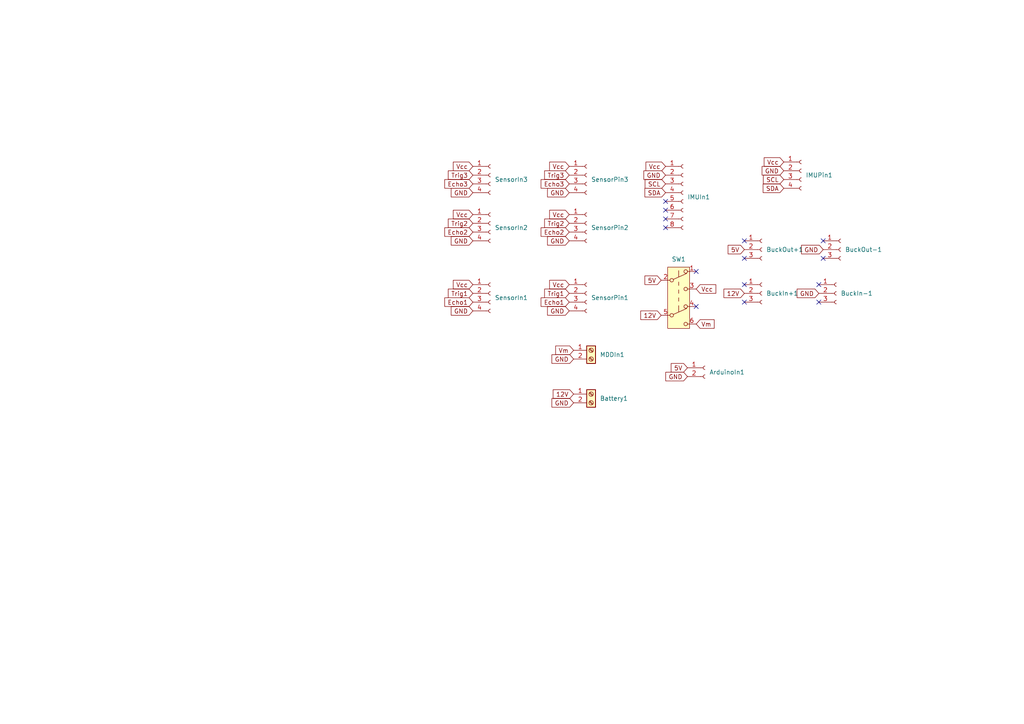
<source format=kicad_sch>
(kicad_sch
	(version 20231120)
	(generator "eeschema")
	(generator_version "8.0")
	(uuid "2fe24b5a-de9b-491f-a1b6-d90867727242")
	(paper "A4")
	(lib_symbols
		(symbol "Connector:Conn_01x02_Socket"
			(pin_names
				(offset 1.016) hide)
			(exclude_from_sim no)
			(in_bom yes)
			(on_board yes)
			(property "Reference" "J"
				(at 0 2.54 0)
				(effects
					(font
						(size 1.27 1.27)
					)
				)
			)
			(property "Value" "Conn_01x02_Socket"
				(at 0 -5.08 0)
				(effects
					(font
						(size 1.27 1.27)
					)
				)
			)
			(property "Footprint" ""
				(at 0 0 0)
				(effects
					(font
						(size 1.27 1.27)
					)
					(hide yes)
				)
			)
			(property "Datasheet" "~"
				(at 0 0 0)
				(effects
					(font
						(size 1.27 1.27)
					)
					(hide yes)
				)
			)
			(property "Description" "Generic connector, single row, 01x02, script generated"
				(at 0 0 0)
				(effects
					(font
						(size 1.27 1.27)
					)
					(hide yes)
				)
			)
			(property "ki_locked" ""
				(at 0 0 0)
				(effects
					(font
						(size 1.27 1.27)
					)
				)
			)
			(property "ki_keywords" "connector"
				(at 0 0 0)
				(effects
					(font
						(size 1.27 1.27)
					)
					(hide yes)
				)
			)
			(property "ki_fp_filters" "Connector*:*_1x??_*"
				(at 0 0 0)
				(effects
					(font
						(size 1.27 1.27)
					)
					(hide yes)
				)
			)
			(symbol "Conn_01x02_Socket_1_1"
				(arc
					(start 0 -2.032)
					(mid -0.5058 -2.54)
					(end 0 -3.048)
					(stroke
						(width 0.1524)
						(type default)
					)
					(fill
						(type none)
					)
				)
				(polyline
					(pts
						(xy -1.27 -2.54) (xy -0.508 -2.54)
					)
					(stroke
						(width 0.1524)
						(type default)
					)
					(fill
						(type none)
					)
				)
				(polyline
					(pts
						(xy -1.27 0) (xy -0.508 0)
					)
					(stroke
						(width 0.1524)
						(type default)
					)
					(fill
						(type none)
					)
				)
				(arc
					(start 0 0.508)
					(mid -0.5058 0)
					(end 0 -0.508)
					(stroke
						(width 0.1524)
						(type default)
					)
					(fill
						(type none)
					)
				)
				(pin passive line
					(at -5.08 0 0)
					(length 3.81)
					(name "Pin_1"
						(effects
							(font
								(size 1.27 1.27)
							)
						)
					)
					(number "1"
						(effects
							(font
								(size 1.27 1.27)
							)
						)
					)
				)
				(pin passive line
					(at -5.08 -2.54 0)
					(length 3.81)
					(name "Pin_2"
						(effects
							(font
								(size 1.27 1.27)
							)
						)
					)
					(number "2"
						(effects
							(font
								(size 1.27 1.27)
							)
						)
					)
				)
			)
		)
		(symbol "Connector:Conn_01x03_Socket"
			(pin_names
				(offset 1.016) hide)
			(exclude_from_sim no)
			(in_bom yes)
			(on_board yes)
			(property "Reference" "J"
				(at 0 5.08 0)
				(effects
					(font
						(size 1.27 1.27)
					)
				)
			)
			(property "Value" "Conn_01x03_Socket"
				(at 0 -5.08 0)
				(effects
					(font
						(size 1.27 1.27)
					)
				)
			)
			(property "Footprint" ""
				(at 0 0 0)
				(effects
					(font
						(size 1.27 1.27)
					)
					(hide yes)
				)
			)
			(property "Datasheet" "~"
				(at 0 0 0)
				(effects
					(font
						(size 1.27 1.27)
					)
					(hide yes)
				)
			)
			(property "Description" "Generic connector, single row, 01x03, script generated"
				(at 0 0 0)
				(effects
					(font
						(size 1.27 1.27)
					)
					(hide yes)
				)
			)
			(property "ki_locked" ""
				(at 0 0 0)
				(effects
					(font
						(size 1.27 1.27)
					)
				)
			)
			(property "ki_keywords" "connector"
				(at 0 0 0)
				(effects
					(font
						(size 1.27 1.27)
					)
					(hide yes)
				)
			)
			(property "ki_fp_filters" "Connector*:*_1x??_*"
				(at 0 0 0)
				(effects
					(font
						(size 1.27 1.27)
					)
					(hide yes)
				)
			)
			(symbol "Conn_01x03_Socket_1_1"
				(arc
					(start 0 -2.032)
					(mid -0.5058 -2.54)
					(end 0 -3.048)
					(stroke
						(width 0.1524)
						(type default)
					)
					(fill
						(type none)
					)
				)
				(polyline
					(pts
						(xy -1.27 -2.54) (xy -0.508 -2.54)
					)
					(stroke
						(width 0.1524)
						(type default)
					)
					(fill
						(type none)
					)
				)
				(polyline
					(pts
						(xy -1.27 0) (xy -0.508 0)
					)
					(stroke
						(width 0.1524)
						(type default)
					)
					(fill
						(type none)
					)
				)
				(polyline
					(pts
						(xy -1.27 2.54) (xy -0.508 2.54)
					)
					(stroke
						(width 0.1524)
						(type default)
					)
					(fill
						(type none)
					)
				)
				(arc
					(start 0 0.508)
					(mid -0.5058 0)
					(end 0 -0.508)
					(stroke
						(width 0.1524)
						(type default)
					)
					(fill
						(type none)
					)
				)
				(arc
					(start 0 3.048)
					(mid -0.5058 2.54)
					(end 0 2.032)
					(stroke
						(width 0.1524)
						(type default)
					)
					(fill
						(type none)
					)
				)
				(pin passive line
					(at -5.08 2.54 0)
					(length 3.81)
					(name "Pin_1"
						(effects
							(font
								(size 1.27 1.27)
							)
						)
					)
					(number "1"
						(effects
							(font
								(size 1.27 1.27)
							)
						)
					)
				)
				(pin passive line
					(at -5.08 0 0)
					(length 3.81)
					(name "Pin_2"
						(effects
							(font
								(size 1.27 1.27)
							)
						)
					)
					(number "2"
						(effects
							(font
								(size 1.27 1.27)
							)
						)
					)
				)
				(pin passive line
					(at -5.08 -2.54 0)
					(length 3.81)
					(name "Pin_3"
						(effects
							(font
								(size 1.27 1.27)
							)
						)
					)
					(number "3"
						(effects
							(font
								(size 1.27 1.27)
							)
						)
					)
				)
			)
		)
		(symbol "Connector:Conn_01x04_Socket"
			(pin_names
				(offset 1.016) hide)
			(exclude_from_sim no)
			(in_bom yes)
			(on_board yes)
			(property "Reference" "J"
				(at 0 5.08 0)
				(effects
					(font
						(size 1.27 1.27)
					)
				)
			)
			(property "Value" "Conn_01x04_Socket"
				(at 0 -7.62 0)
				(effects
					(font
						(size 1.27 1.27)
					)
				)
			)
			(property "Footprint" ""
				(at 0 0 0)
				(effects
					(font
						(size 1.27 1.27)
					)
					(hide yes)
				)
			)
			(property "Datasheet" "~"
				(at 0 0 0)
				(effects
					(font
						(size 1.27 1.27)
					)
					(hide yes)
				)
			)
			(property "Description" "Generic connector, single row, 01x04, script generated"
				(at 0 0 0)
				(effects
					(font
						(size 1.27 1.27)
					)
					(hide yes)
				)
			)
			(property "ki_locked" ""
				(at 0 0 0)
				(effects
					(font
						(size 1.27 1.27)
					)
				)
			)
			(property "ki_keywords" "connector"
				(at 0 0 0)
				(effects
					(font
						(size 1.27 1.27)
					)
					(hide yes)
				)
			)
			(property "ki_fp_filters" "Connector*:*_1x??_*"
				(at 0 0 0)
				(effects
					(font
						(size 1.27 1.27)
					)
					(hide yes)
				)
			)
			(symbol "Conn_01x04_Socket_1_1"
				(arc
					(start 0 -4.572)
					(mid -0.5058 -5.08)
					(end 0 -5.588)
					(stroke
						(width 0.1524)
						(type default)
					)
					(fill
						(type none)
					)
				)
				(arc
					(start 0 -2.032)
					(mid -0.5058 -2.54)
					(end 0 -3.048)
					(stroke
						(width 0.1524)
						(type default)
					)
					(fill
						(type none)
					)
				)
				(polyline
					(pts
						(xy -1.27 -5.08) (xy -0.508 -5.08)
					)
					(stroke
						(width 0.1524)
						(type default)
					)
					(fill
						(type none)
					)
				)
				(polyline
					(pts
						(xy -1.27 -2.54) (xy -0.508 -2.54)
					)
					(stroke
						(width 0.1524)
						(type default)
					)
					(fill
						(type none)
					)
				)
				(polyline
					(pts
						(xy -1.27 0) (xy -0.508 0)
					)
					(stroke
						(width 0.1524)
						(type default)
					)
					(fill
						(type none)
					)
				)
				(polyline
					(pts
						(xy -1.27 2.54) (xy -0.508 2.54)
					)
					(stroke
						(width 0.1524)
						(type default)
					)
					(fill
						(type none)
					)
				)
				(arc
					(start 0 0.508)
					(mid -0.5058 0)
					(end 0 -0.508)
					(stroke
						(width 0.1524)
						(type default)
					)
					(fill
						(type none)
					)
				)
				(arc
					(start 0 3.048)
					(mid -0.5058 2.54)
					(end 0 2.032)
					(stroke
						(width 0.1524)
						(type default)
					)
					(fill
						(type none)
					)
				)
				(pin passive line
					(at -5.08 2.54 0)
					(length 3.81)
					(name "Pin_1"
						(effects
							(font
								(size 1.27 1.27)
							)
						)
					)
					(number "1"
						(effects
							(font
								(size 1.27 1.27)
							)
						)
					)
				)
				(pin passive line
					(at -5.08 0 0)
					(length 3.81)
					(name "Pin_2"
						(effects
							(font
								(size 1.27 1.27)
							)
						)
					)
					(number "2"
						(effects
							(font
								(size 1.27 1.27)
							)
						)
					)
				)
				(pin passive line
					(at -5.08 -2.54 0)
					(length 3.81)
					(name "Pin_3"
						(effects
							(font
								(size 1.27 1.27)
							)
						)
					)
					(number "3"
						(effects
							(font
								(size 1.27 1.27)
							)
						)
					)
				)
				(pin passive line
					(at -5.08 -5.08 0)
					(length 3.81)
					(name "Pin_4"
						(effects
							(font
								(size 1.27 1.27)
							)
						)
					)
					(number "4"
						(effects
							(font
								(size 1.27 1.27)
							)
						)
					)
				)
			)
		)
		(symbol "Connector:Conn_01x08_Socket"
			(pin_names
				(offset 1.016) hide)
			(exclude_from_sim no)
			(in_bom yes)
			(on_board yes)
			(property "Reference" "J"
				(at 0 10.16 0)
				(effects
					(font
						(size 1.27 1.27)
					)
				)
			)
			(property "Value" "Conn_01x08_Socket"
				(at 0 -12.7 0)
				(effects
					(font
						(size 1.27 1.27)
					)
				)
			)
			(property "Footprint" ""
				(at 0 0 0)
				(effects
					(font
						(size 1.27 1.27)
					)
					(hide yes)
				)
			)
			(property "Datasheet" "~"
				(at 0 0 0)
				(effects
					(font
						(size 1.27 1.27)
					)
					(hide yes)
				)
			)
			(property "Description" "Generic connector, single row, 01x08, script generated"
				(at 0 0 0)
				(effects
					(font
						(size 1.27 1.27)
					)
					(hide yes)
				)
			)
			(property "ki_locked" ""
				(at 0 0 0)
				(effects
					(font
						(size 1.27 1.27)
					)
				)
			)
			(property "ki_keywords" "connector"
				(at 0 0 0)
				(effects
					(font
						(size 1.27 1.27)
					)
					(hide yes)
				)
			)
			(property "ki_fp_filters" "Connector*:*_1x??_*"
				(at 0 0 0)
				(effects
					(font
						(size 1.27 1.27)
					)
					(hide yes)
				)
			)
			(symbol "Conn_01x08_Socket_1_1"
				(arc
					(start 0 -9.652)
					(mid -0.5058 -10.16)
					(end 0 -10.668)
					(stroke
						(width 0.1524)
						(type default)
					)
					(fill
						(type none)
					)
				)
				(arc
					(start 0 -7.112)
					(mid -0.5058 -7.62)
					(end 0 -8.128)
					(stroke
						(width 0.1524)
						(type default)
					)
					(fill
						(type none)
					)
				)
				(arc
					(start 0 -4.572)
					(mid -0.5058 -5.08)
					(end 0 -5.588)
					(stroke
						(width 0.1524)
						(type default)
					)
					(fill
						(type none)
					)
				)
				(arc
					(start 0 -2.032)
					(mid -0.5058 -2.54)
					(end 0 -3.048)
					(stroke
						(width 0.1524)
						(type default)
					)
					(fill
						(type none)
					)
				)
				(polyline
					(pts
						(xy -1.27 -10.16) (xy -0.508 -10.16)
					)
					(stroke
						(width 0.1524)
						(type default)
					)
					(fill
						(type none)
					)
				)
				(polyline
					(pts
						(xy -1.27 -7.62) (xy -0.508 -7.62)
					)
					(stroke
						(width 0.1524)
						(type default)
					)
					(fill
						(type none)
					)
				)
				(polyline
					(pts
						(xy -1.27 -5.08) (xy -0.508 -5.08)
					)
					(stroke
						(width 0.1524)
						(type default)
					)
					(fill
						(type none)
					)
				)
				(polyline
					(pts
						(xy -1.27 -2.54) (xy -0.508 -2.54)
					)
					(stroke
						(width 0.1524)
						(type default)
					)
					(fill
						(type none)
					)
				)
				(polyline
					(pts
						(xy -1.27 0) (xy -0.508 0)
					)
					(stroke
						(width 0.1524)
						(type default)
					)
					(fill
						(type none)
					)
				)
				(polyline
					(pts
						(xy -1.27 2.54) (xy -0.508 2.54)
					)
					(stroke
						(width 0.1524)
						(type default)
					)
					(fill
						(type none)
					)
				)
				(polyline
					(pts
						(xy -1.27 5.08) (xy -0.508 5.08)
					)
					(stroke
						(width 0.1524)
						(type default)
					)
					(fill
						(type none)
					)
				)
				(polyline
					(pts
						(xy -1.27 7.62) (xy -0.508 7.62)
					)
					(stroke
						(width 0.1524)
						(type default)
					)
					(fill
						(type none)
					)
				)
				(arc
					(start 0 0.508)
					(mid -0.5058 0)
					(end 0 -0.508)
					(stroke
						(width 0.1524)
						(type default)
					)
					(fill
						(type none)
					)
				)
				(arc
					(start 0 3.048)
					(mid -0.5058 2.54)
					(end 0 2.032)
					(stroke
						(width 0.1524)
						(type default)
					)
					(fill
						(type none)
					)
				)
				(arc
					(start 0 5.588)
					(mid -0.5058 5.08)
					(end 0 4.572)
					(stroke
						(width 0.1524)
						(type default)
					)
					(fill
						(type none)
					)
				)
				(arc
					(start 0 8.128)
					(mid -0.5058 7.62)
					(end 0 7.112)
					(stroke
						(width 0.1524)
						(type default)
					)
					(fill
						(type none)
					)
				)
				(pin passive line
					(at -5.08 7.62 0)
					(length 3.81)
					(name "Pin_1"
						(effects
							(font
								(size 1.27 1.27)
							)
						)
					)
					(number "1"
						(effects
							(font
								(size 1.27 1.27)
							)
						)
					)
				)
				(pin passive line
					(at -5.08 5.08 0)
					(length 3.81)
					(name "Pin_2"
						(effects
							(font
								(size 1.27 1.27)
							)
						)
					)
					(number "2"
						(effects
							(font
								(size 1.27 1.27)
							)
						)
					)
				)
				(pin passive line
					(at -5.08 2.54 0)
					(length 3.81)
					(name "Pin_3"
						(effects
							(font
								(size 1.27 1.27)
							)
						)
					)
					(number "3"
						(effects
							(font
								(size 1.27 1.27)
							)
						)
					)
				)
				(pin passive line
					(at -5.08 0 0)
					(length 3.81)
					(name "Pin_4"
						(effects
							(font
								(size 1.27 1.27)
							)
						)
					)
					(number "4"
						(effects
							(font
								(size 1.27 1.27)
							)
						)
					)
				)
				(pin passive line
					(at -5.08 -2.54 0)
					(length 3.81)
					(name "Pin_5"
						(effects
							(font
								(size 1.27 1.27)
							)
						)
					)
					(number "5"
						(effects
							(font
								(size 1.27 1.27)
							)
						)
					)
				)
				(pin passive line
					(at -5.08 -5.08 0)
					(length 3.81)
					(name "Pin_6"
						(effects
							(font
								(size 1.27 1.27)
							)
						)
					)
					(number "6"
						(effects
							(font
								(size 1.27 1.27)
							)
						)
					)
				)
				(pin passive line
					(at -5.08 -7.62 0)
					(length 3.81)
					(name "Pin_7"
						(effects
							(font
								(size 1.27 1.27)
							)
						)
					)
					(number "7"
						(effects
							(font
								(size 1.27 1.27)
							)
						)
					)
				)
				(pin passive line
					(at -5.08 -10.16 0)
					(length 3.81)
					(name "Pin_8"
						(effects
							(font
								(size 1.27 1.27)
							)
						)
					)
					(number "8"
						(effects
							(font
								(size 1.27 1.27)
							)
						)
					)
				)
			)
		)
		(symbol "Connector:Screw_Terminal_01x02"
			(pin_names
				(offset 1.016) hide)
			(exclude_from_sim no)
			(in_bom yes)
			(on_board yes)
			(property "Reference" "J"
				(at 0 2.54 0)
				(effects
					(font
						(size 1.27 1.27)
					)
				)
			)
			(property "Value" "Screw_Terminal_01x02"
				(at 0 -5.08 0)
				(effects
					(font
						(size 1.27 1.27)
					)
				)
			)
			(property "Footprint" ""
				(at 0 0 0)
				(effects
					(font
						(size 1.27 1.27)
					)
					(hide yes)
				)
			)
			(property "Datasheet" "~"
				(at 0 0 0)
				(effects
					(font
						(size 1.27 1.27)
					)
					(hide yes)
				)
			)
			(property "Description" "Generic screw terminal, single row, 01x02, script generated (kicad-library-utils/schlib/autogen/connector/)"
				(at 0 0 0)
				(effects
					(font
						(size 1.27 1.27)
					)
					(hide yes)
				)
			)
			(property "ki_keywords" "screw terminal"
				(at 0 0 0)
				(effects
					(font
						(size 1.27 1.27)
					)
					(hide yes)
				)
			)
			(property "ki_fp_filters" "TerminalBlock*:*"
				(at 0 0 0)
				(effects
					(font
						(size 1.27 1.27)
					)
					(hide yes)
				)
			)
			(symbol "Screw_Terminal_01x02_1_1"
				(rectangle
					(start -1.27 1.27)
					(end 1.27 -3.81)
					(stroke
						(width 0.254)
						(type default)
					)
					(fill
						(type background)
					)
				)
				(circle
					(center 0 -2.54)
					(radius 0.635)
					(stroke
						(width 0.1524)
						(type default)
					)
					(fill
						(type none)
					)
				)
				(polyline
					(pts
						(xy -0.5334 -2.2098) (xy 0.3302 -3.048)
					)
					(stroke
						(width 0.1524)
						(type default)
					)
					(fill
						(type none)
					)
				)
				(polyline
					(pts
						(xy -0.5334 0.3302) (xy 0.3302 -0.508)
					)
					(stroke
						(width 0.1524)
						(type default)
					)
					(fill
						(type none)
					)
				)
				(polyline
					(pts
						(xy -0.3556 -2.032) (xy 0.508 -2.8702)
					)
					(stroke
						(width 0.1524)
						(type default)
					)
					(fill
						(type none)
					)
				)
				(polyline
					(pts
						(xy -0.3556 0.508) (xy 0.508 -0.3302)
					)
					(stroke
						(width 0.1524)
						(type default)
					)
					(fill
						(type none)
					)
				)
				(circle
					(center 0 0)
					(radius 0.635)
					(stroke
						(width 0.1524)
						(type default)
					)
					(fill
						(type none)
					)
				)
				(pin passive line
					(at -5.08 0 0)
					(length 3.81)
					(name "Pin_1"
						(effects
							(font
								(size 1.27 1.27)
							)
						)
					)
					(number "1"
						(effects
							(font
								(size 1.27 1.27)
							)
						)
					)
				)
				(pin passive line
					(at -5.08 -2.54 0)
					(length 3.81)
					(name "Pin_2"
						(effects
							(font
								(size 1.27 1.27)
							)
						)
					)
					(number "2"
						(effects
							(font
								(size 1.27 1.27)
							)
						)
					)
				)
			)
		)
		(symbol "Switch:SW_Push_DPDT"
			(pin_names
				(offset 0) hide)
			(exclude_from_sim no)
			(in_bom yes)
			(on_board yes)
			(property "Reference" "SW"
				(at 0 10.16 0)
				(effects
					(font
						(size 1.27 1.27)
					)
				)
			)
			(property "Value" "SW_Push_DPDT"
				(at 0 -10.16 0)
				(effects
					(font
						(size 1.27 1.27)
					)
				)
			)
			(property "Footprint" ""
				(at 0 5.08 0)
				(effects
					(font
						(size 1.27 1.27)
					)
					(hide yes)
				)
			)
			(property "Datasheet" "~"
				(at 0 5.08 0)
				(effects
					(font
						(size 1.27 1.27)
					)
					(hide yes)
				)
			)
			(property "Description" "Momentary Switch, dual pole double throw"
				(at 0 0 0)
				(effects
					(font
						(size 1.27 1.27)
					)
					(hide yes)
				)
			)
			(property "ki_keywords" "switch dual-pole double-throw spdt ON-ON"
				(at 0 0 0)
				(effects
					(font
						(size 1.27 1.27)
					)
					(hide yes)
				)
			)
			(symbol "SW_Push_DPDT_0_0"
				(circle
					(center -2.032 -5.08)
					(radius 0.508)
					(stroke
						(width 0)
						(type default)
					)
					(fill
						(type none)
					)
				)
				(circle
					(center -2.032 5.08)
					(radius 0.508)
					(stroke
						(width 0)
						(type default)
					)
					(fill
						(type none)
					)
				)
				(circle
					(center 2.032 -7.62)
					(radius 0.508)
					(stroke
						(width 0)
						(type default)
					)
					(fill
						(type none)
					)
				)
				(circle
					(center 2.032 2.54)
					(radius 0.508)
					(stroke
						(width 0)
						(type default)
					)
					(fill
						(type none)
					)
				)
			)
			(symbol "SW_Push_DPDT_0_1"
				(polyline
					(pts
						(xy -1.524 -4.826) (xy 2.3368 -3.0988)
					)
					(stroke
						(width 0)
						(type default)
					)
					(fill
						(type none)
					)
				)
				(polyline
					(pts
						(xy -1.524 5.334) (xy 2.3368 7.0612)
					)
					(stroke
						(width 0)
						(type default)
					)
					(fill
						(type none)
					)
				)
				(polyline
					(pts
						(xy 0 -2.286) (xy 0 -4.064)
					)
					(stroke
						(width 0)
						(type default)
					)
					(fill
						(type none)
					)
				)
				(polyline
					(pts
						(xy 0 -1.016) (xy 0 0)
					)
					(stroke
						(width 0)
						(type default)
					)
					(fill
						(type none)
					)
				)
				(polyline
					(pts
						(xy 0 1.27) (xy 0 2.286)
					)
					(stroke
						(width 0)
						(type default)
					)
					(fill
						(type none)
					)
				)
				(polyline
					(pts
						(xy 0 3.556) (xy 0 4.572)
					)
					(stroke
						(width 0)
						(type default)
					)
					(fill
						(type none)
					)
				)
				(polyline
					(pts
						(xy 0 7.874) (xy 0 6.096)
					)
					(stroke
						(width 0)
						(type default)
					)
					(fill
						(type none)
					)
				)
				(circle
					(center 2.032 -2.54)
					(radius 0.508)
					(stroke
						(width 0)
						(type default)
					)
					(fill
						(type none)
					)
				)
				(circle
					(center 2.032 7.62)
					(radius 0.508)
					(stroke
						(width 0)
						(type default)
					)
					(fill
						(type none)
					)
				)
			)
			(symbol "SW_Push_DPDT_1_1"
				(rectangle
					(start -3.175 8.89)
					(end 3.175 -8.89)
					(stroke
						(width 0)
						(type default)
					)
					(fill
						(type background)
					)
				)
				(pin passive line
					(at 5.08 7.62 180)
					(length 2.54)
					(name "A"
						(effects
							(font
								(size 1.27 1.27)
							)
						)
					)
					(number "1"
						(effects
							(font
								(size 1.27 1.27)
							)
						)
					)
				)
				(pin passive line
					(at -5.08 5.08 0)
					(length 2.54)
					(name "B"
						(effects
							(font
								(size 1.27 1.27)
							)
						)
					)
					(number "2"
						(effects
							(font
								(size 1.27 1.27)
							)
						)
					)
				)
				(pin passive line
					(at 5.08 2.54 180)
					(length 2.54)
					(name "C"
						(effects
							(font
								(size 1.27 1.27)
							)
						)
					)
					(number "3"
						(effects
							(font
								(size 1.27 1.27)
							)
						)
					)
				)
				(pin passive line
					(at 5.08 -2.54 180)
					(length 2.54)
					(name "A"
						(effects
							(font
								(size 1.27 1.27)
							)
						)
					)
					(number "4"
						(effects
							(font
								(size 1.27 1.27)
							)
						)
					)
				)
				(pin passive line
					(at -5.08 -5.08 0)
					(length 2.54)
					(name "B"
						(effects
							(font
								(size 1.27 1.27)
							)
						)
					)
					(number "5"
						(effects
							(font
								(size 1.27 1.27)
							)
						)
					)
				)
				(pin passive line
					(at 5.08 -7.62 180)
					(length 2.54)
					(name "C"
						(effects
							(font
								(size 1.27 1.27)
							)
						)
					)
					(number "6"
						(effects
							(font
								(size 1.27 1.27)
							)
						)
					)
				)
			)
		)
	)
	(no_connect
		(at 238.76 74.93)
		(uuid "21633e6a-f2d1-43a0-8f52-a535b5b01c9c")
	)
	(no_connect
		(at 215.9 74.93)
		(uuid "2b297837-70a6-43ce-9bb0-f1b1bf77899c")
	)
	(no_connect
		(at 215.9 87.63)
		(uuid "3a3f77b5-76ff-4ab7-a450-93fdd6b4fe86")
	)
	(no_connect
		(at 238.76 69.85)
		(uuid "44d79dfa-85cf-4d7d-8cb0-a9767b0094bd")
	)
	(no_connect
		(at 237.49 87.63)
		(uuid "62d6aeec-b9cb-4009-92a6-4391534b3177")
	)
	(no_connect
		(at 237.49 82.55)
		(uuid "6efd3c03-2035-461f-b99d-5d43dc1bee63")
	)
	(no_connect
		(at 201.93 88.9)
		(uuid "a3b8f9b0-6cb5-49df-8158-436f591d27ef")
	)
	(no_connect
		(at 193.04 60.96)
		(uuid "a5ff669b-6197-4448-84dd-d1d56cb605c3")
	)
	(no_connect
		(at 215.9 82.55)
		(uuid "b72910bd-2ef3-4397-a6d4-66ec72269d07")
	)
	(no_connect
		(at 215.9 69.85)
		(uuid "c1b317a7-4bcb-4e7e-8cbe-35e508ab20cd")
	)
	(no_connect
		(at 193.04 63.5)
		(uuid "caebaad9-6a02-4669-888a-9ce445a1c1cb")
	)
	(no_connect
		(at 201.93 78.74)
		(uuid "e0a184e4-be3e-4226-95c1-fcc9744e0e08")
	)
	(no_connect
		(at 193.04 66.04)
		(uuid "e1c1c5f5-0237-40dc-b324-bd974cc5ba3a")
	)
	(no_connect
		(at 193.04 58.42)
		(uuid "f4542160-446f-4ce9-bc62-d577e6a5c5c0")
	)
	(global_label "GND"
		(shape input)
		(at 137.16 55.88 180)
		(fields_autoplaced yes)
		(effects
			(font
				(size 1.27 1.27)
			)
			(justify right)
		)
		(uuid "0100cc86-7128-485f-93f4-cee3d02be455")
		(property "Intersheetrefs" "${INTERSHEET_REFS}"
			(at 130.3043 55.88 0)
			(effects
				(font
					(size 1.27 1.27)
				)
				(justify right)
				(hide yes)
			)
		)
	)
	(global_label "Echo3"
		(shape input)
		(at 165.1 53.34 180)
		(fields_autoplaced yes)
		(effects
			(font
				(size 1.27 1.27)
			)
			(justify right)
		)
		(uuid "012fbdce-f7d5-403f-a766-b13d9e54b6bb")
		(property "Intersheetrefs" "${INTERSHEET_REFS}"
			(at 156.3697 53.34 0)
			(effects
				(font
					(size 1.27 1.27)
				)
				(justify right)
				(hide yes)
			)
		)
	)
	(global_label "Vcc"
		(shape input)
		(at 227.33 46.99 180)
		(fields_autoplaced yes)
		(effects
			(font
				(size 1.27 1.27)
			)
			(justify right)
		)
		(uuid "05700c6d-43e2-4978-9eb0-dbf8a97f5fd4")
		(property "Intersheetrefs" "${INTERSHEET_REFS}"
			(at 221.079 46.99 0)
			(effects
				(font
					(size 1.27 1.27)
				)
				(justify right)
				(hide yes)
			)
		)
	)
	(global_label "Vcc"
		(shape input)
		(at 201.93 83.82 0)
		(fields_autoplaced yes)
		(effects
			(font
				(size 1.27 1.27)
			)
			(justify left)
		)
		(uuid "0a201ec0-f540-4d1b-ba11-a8770c6d3488")
		(property "Intersheetrefs" "${INTERSHEET_REFS}"
			(at 208.181 83.82 0)
			(effects
				(font
					(size 1.27 1.27)
				)
				(justify left)
				(hide yes)
			)
		)
	)
	(global_label "Vcc"
		(shape input)
		(at 165.1 82.55 180)
		(fields_autoplaced yes)
		(effects
			(font
				(size 1.27 1.27)
			)
			(justify right)
		)
		(uuid "1279b088-a903-4b67-a9b5-c50a6b2e3b5c")
		(property "Intersheetrefs" "${INTERSHEET_REFS}"
			(at 158.849 82.55 0)
			(effects
				(font
					(size 1.27 1.27)
				)
				(justify right)
				(hide yes)
			)
		)
	)
	(global_label "GND"
		(shape input)
		(at 137.16 69.85 180)
		(fields_autoplaced yes)
		(effects
			(font
				(size 1.27 1.27)
			)
			(justify right)
		)
		(uuid "13129a1a-c89f-40fa-bf22-40f745b64e30")
		(property "Intersheetrefs" "${INTERSHEET_REFS}"
			(at 130.3043 69.85 0)
			(effects
				(font
					(size 1.27 1.27)
				)
				(justify right)
				(hide yes)
			)
		)
	)
	(global_label "GND"
		(shape input)
		(at 166.37 116.84 180)
		(fields_autoplaced yes)
		(effects
			(font
				(size 1.27 1.27)
			)
			(justify right)
		)
		(uuid "1346dce2-b27b-4ee2-aa51-126fba4835bd")
		(property "Intersheetrefs" "${INTERSHEET_REFS}"
			(at 159.5143 116.84 0)
			(effects
				(font
					(size 1.27 1.27)
				)
				(justify right)
				(hide yes)
			)
		)
	)
	(global_label "Echo1"
		(shape input)
		(at 165.1 87.63 180)
		(fields_autoplaced yes)
		(effects
			(font
				(size 1.27 1.27)
			)
			(justify right)
		)
		(uuid "15280721-896c-4857-835c-355b8d83b2bd")
		(property "Intersheetrefs" "${INTERSHEET_REFS}"
			(at 156.3697 87.63 0)
			(effects
				(font
					(size 1.27 1.27)
				)
				(justify right)
				(hide yes)
			)
		)
	)
	(global_label "GND"
		(shape input)
		(at 193.04 50.8 180)
		(fields_autoplaced yes)
		(effects
			(font
				(size 1.27 1.27)
			)
			(justify right)
		)
		(uuid "170dea1d-db8c-479a-bbb2-9f3b1c45409c")
		(property "Intersheetrefs" "${INTERSHEET_REFS}"
			(at 186.1843 50.8 0)
			(effects
				(font
					(size 1.27 1.27)
				)
				(justify right)
				(hide yes)
			)
		)
	)
	(global_label "5V"
		(shape input)
		(at 191.77 81.28 180)
		(fields_autoplaced yes)
		(effects
			(font
				(size 1.27 1.27)
			)
			(justify right)
		)
		(uuid "191f4ff8-79ea-46b1-817b-e071618007d0")
		(property "Intersheetrefs" "${INTERSHEET_REFS}"
			(at 186.4867 81.28 0)
			(effects
				(font
					(size 1.27 1.27)
				)
				(justify right)
				(hide yes)
			)
		)
	)
	(global_label "Trig2"
		(shape input)
		(at 137.16 64.77 180)
		(fields_autoplaced yes)
		(effects
			(font
				(size 1.27 1.27)
			)
			(justify right)
		)
		(uuid "23258477-8d96-40d8-b409-7a9f47e42332")
		(property "Intersheetrefs" "${INTERSHEET_REFS}"
			(at 129.4577 64.77 0)
			(effects
				(font
					(size 1.27 1.27)
				)
				(justify right)
				(hide yes)
			)
		)
	)
	(global_label "SDA"
		(shape input)
		(at 227.33 54.61 180)
		(fields_autoplaced yes)
		(effects
			(font
				(size 1.27 1.27)
			)
			(justify right)
		)
		(uuid "2e71d6b6-5a06-46ee-b230-62d2b8f508e2")
		(property "Intersheetrefs" "${INTERSHEET_REFS}"
			(at 220.7767 54.61 0)
			(effects
				(font
					(size 1.27 1.27)
				)
				(justify right)
				(hide yes)
			)
		)
	)
	(global_label "Vm"
		(shape input)
		(at 166.37 101.6 180)
		(fields_autoplaced yes)
		(effects
			(font
				(size 1.27 1.27)
			)
			(justify right)
		)
		(uuid "31cd0d57-559f-4aab-9c87-6c8df18f3c3a")
		(property "Intersheetrefs" "${INTERSHEET_REFS}"
			(at 160.6029 101.6 0)
			(effects
				(font
					(size 1.27 1.27)
				)
				(justify right)
				(hide yes)
			)
		)
	)
	(global_label "Vcc"
		(shape input)
		(at 137.16 62.23 180)
		(fields_autoplaced yes)
		(effects
			(font
				(size 1.27 1.27)
			)
			(justify right)
		)
		(uuid "37e61547-ed81-421b-a9f6-065c7104a31f")
		(property "Intersheetrefs" "${INTERSHEET_REFS}"
			(at 130.909 62.23 0)
			(effects
				(font
					(size 1.27 1.27)
				)
				(justify right)
				(hide yes)
			)
		)
	)
	(global_label "GND"
		(shape input)
		(at 137.16 90.17 180)
		(fields_autoplaced yes)
		(effects
			(font
				(size 1.27 1.27)
			)
			(justify right)
		)
		(uuid "386485e0-b7c2-48a7-86d4-a0b8d7ba058b")
		(property "Intersheetrefs" "${INTERSHEET_REFS}"
			(at 130.3043 90.17 0)
			(effects
				(font
					(size 1.27 1.27)
				)
				(justify right)
				(hide yes)
			)
		)
	)
	(global_label "Echo1"
		(shape input)
		(at 137.16 87.63 180)
		(fields_autoplaced yes)
		(effects
			(font
				(size 1.27 1.27)
			)
			(justify right)
		)
		(uuid "3b109209-4d89-4b74-a73c-c7eb7ebc0c48")
		(property "Intersheetrefs" "${INTERSHEET_REFS}"
			(at 128.4297 87.63 0)
			(effects
				(font
					(size 1.27 1.27)
				)
				(justify right)
				(hide yes)
			)
		)
	)
	(global_label "12V"
		(shape input)
		(at 191.77 91.44 180)
		(fields_autoplaced yes)
		(effects
			(font
				(size 1.27 1.27)
			)
			(justify right)
		)
		(uuid "4deab58e-968d-428f-ad68-20cf53f6784e")
		(property "Intersheetrefs" "${INTERSHEET_REFS}"
			(at 185.2772 91.44 0)
			(effects
				(font
					(size 1.27 1.27)
				)
				(justify right)
				(hide yes)
			)
		)
	)
	(global_label "GND"
		(shape input)
		(at 165.1 69.85 180)
		(fields_autoplaced yes)
		(effects
			(font
				(size 1.27 1.27)
			)
			(justify right)
		)
		(uuid "566905a0-e894-4b48-98af-6d68a13d6dec")
		(property "Intersheetrefs" "${INTERSHEET_REFS}"
			(at 158.2443 69.85 0)
			(effects
				(font
					(size 1.27 1.27)
				)
				(justify right)
				(hide yes)
			)
		)
	)
	(global_label "5V"
		(shape input)
		(at 199.39 106.68 180)
		(fields_autoplaced yes)
		(effects
			(font
				(size 1.27 1.27)
			)
			(justify right)
		)
		(uuid "60d40c10-9d66-47c9-9537-da2a37912e95")
		(property "Intersheetrefs" "${INTERSHEET_REFS}"
			(at 194.1067 106.68 0)
			(effects
				(font
					(size 1.27 1.27)
				)
				(justify right)
				(hide yes)
			)
		)
	)
	(global_label "Trig1"
		(shape input)
		(at 165.1 85.09 180)
		(fields_autoplaced yes)
		(effects
			(font
				(size 1.27 1.27)
			)
			(justify right)
		)
		(uuid "63808124-ab7f-49f2-a13f-4136245b290d")
		(property "Intersheetrefs" "${INTERSHEET_REFS}"
			(at 157.3977 85.09 0)
			(effects
				(font
					(size 1.27 1.27)
				)
				(justify right)
				(hide yes)
			)
		)
	)
	(global_label "Trig3"
		(shape input)
		(at 165.1 50.8 180)
		(fields_autoplaced yes)
		(effects
			(font
				(size 1.27 1.27)
			)
			(justify right)
		)
		(uuid "6cae55b9-c4a0-487f-a88a-2f573cf50fdd")
		(property "Intersheetrefs" "${INTERSHEET_REFS}"
			(at 157.3977 50.8 0)
			(effects
				(font
					(size 1.27 1.27)
				)
				(justify right)
				(hide yes)
			)
		)
	)
	(global_label "SCL"
		(shape input)
		(at 227.33 52.07 180)
		(fields_autoplaced yes)
		(effects
			(font
				(size 1.27 1.27)
			)
			(justify right)
		)
		(uuid "724032a9-c417-4102-8a77-79572ea1c7ea")
		(property "Intersheetrefs" "${INTERSHEET_REFS}"
			(at 220.8372 52.07 0)
			(effects
				(font
					(size 1.27 1.27)
				)
				(justify right)
				(hide yes)
			)
		)
	)
	(global_label "5V"
		(shape input)
		(at 215.9 72.39 180)
		(fields_autoplaced yes)
		(effects
			(font
				(size 1.27 1.27)
			)
			(justify right)
		)
		(uuid "729a23dc-12ac-476b-b11e-f3aef0ff2be6")
		(property "Intersheetrefs" "${INTERSHEET_REFS}"
			(at 210.6167 72.39 0)
			(effects
				(font
					(size 1.27 1.27)
				)
				(justify right)
				(hide yes)
			)
		)
	)
	(global_label "GND"
		(shape input)
		(at 165.1 90.17 180)
		(fields_autoplaced yes)
		(effects
			(font
				(size 1.27 1.27)
			)
			(justify right)
		)
		(uuid "751894a7-906b-4214-a057-554b27e444e9")
		(property "Intersheetrefs" "${INTERSHEET_REFS}"
			(at 158.2443 90.17 0)
			(effects
				(font
					(size 1.27 1.27)
				)
				(justify right)
				(hide yes)
			)
		)
	)
	(global_label "Vcc"
		(shape input)
		(at 165.1 48.26 180)
		(fields_autoplaced yes)
		(effects
			(font
				(size 1.27 1.27)
			)
			(justify right)
		)
		(uuid "753832fb-e63f-4f50-90fb-78f5d69ffb32")
		(property "Intersheetrefs" "${INTERSHEET_REFS}"
			(at 158.849 48.26 0)
			(effects
				(font
					(size 1.27 1.27)
				)
				(justify right)
				(hide yes)
			)
		)
	)
	(global_label "Trig3"
		(shape input)
		(at 137.16 50.8 180)
		(fields_autoplaced yes)
		(effects
			(font
				(size 1.27 1.27)
			)
			(justify right)
		)
		(uuid "7ec86de9-3b4a-4a90-86e5-87c1201bfbfd")
		(property "Intersheetrefs" "${INTERSHEET_REFS}"
			(at 129.4577 50.8 0)
			(effects
				(font
					(size 1.27 1.27)
				)
				(justify right)
				(hide yes)
			)
		)
	)
	(global_label "GND"
		(shape input)
		(at 166.37 104.14 180)
		(fields_autoplaced yes)
		(effects
			(font
				(size 1.27 1.27)
			)
			(justify right)
		)
		(uuid "7f5e440c-493d-4694-aaf2-09f019072be0")
		(property "Intersheetrefs" "${INTERSHEET_REFS}"
			(at 159.5143 104.14 0)
			(effects
				(font
					(size 1.27 1.27)
				)
				(justify right)
				(hide yes)
			)
		)
	)
	(global_label "GND"
		(shape input)
		(at 199.39 109.22 180)
		(fields_autoplaced yes)
		(effects
			(font
				(size 1.27 1.27)
			)
			(justify right)
		)
		(uuid "84868513-1511-4c75-80bc-c86d8d29d1c2")
		(property "Intersheetrefs" "${INTERSHEET_REFS}"
			(at 192.5343 109.22 0)
			(effects
				(font
					(size 1.27 1.27)
				)
				(justify right)
				(hide yes)
			)
		)
	)
	(global_label "Vcc"
		(shape input)
		(at 137.16 48.26 180)
		(fields_autoplaced yes)
		(effects
			(font
				(size 1.27 1.27)
			)
			(justify right)
		)
		(uuid "865d6021-b97e-4643-a410-bbcb593e37f3")
		(property "Intersheetrefs" "${INTERSHEET_REFS}"
			(at 130.909 48.26 0)
			(effects
				(font
					(size 1.27 1.27)
				)
				(justify right)
				(hide yes)
			)
		)
	)
	(global_label "Vm"
		(shape input)
		(at 201.93 93.98 0)
		(fields_autoplaced yes)
		(effects
			(font
				(size 1.27 1.27)
			)
			(justify left)
		)
		(uuid "8d6623ac-8445-426d-829d-8c0179d9d025")
		(property "Intersheetrefs" "${INTERSHEET_REFS}"
			(at 207.6971 93.98 0)
			(effects
				(font
					(size 1.27 1.27)
				)
				(justify left)
				(hide yes)
			)
		)
	)
	(global_label "Vcc"
		(shape input)
		(at 193.04 48.26 180)
		(fields_autoplaced yes)
		(effects
			(font
				(size 1.27 1.27)
			)
			(justify right)
		)
		(uuid "9234fbbb-1e47-4393-82b5-c4783db1a010")
		(property "Intersheetrefs" "${INTERSHEET_REFS}"
			(at 186.789 48.26 0)
			(effects
				(font
					(size 1.27 1.27)
				)
				(justify right)
				(hide yes)
			)
		)
	)
	(global_label "GND"
		(shape input)
		(at 237.49 85.09 180)
		(fields_autoplaced yes)
		(effects
			(font
				(size 1.27 1.27)
			)
			(justify right)
		)
		(uuid "9f8e3f70-b7fc-4c1e-99ea-1b15d4d0d400")
		(property "Intersheetrefs" "${INTERSHEET_REFS}"
			(at 230.6343 85.09 0)
			(effects
				(font
					(size 1.27 1.27)
				)
				(justify right)
				(hide yes)
			)
		)
	)
	(global_label "Trig2"
		(shape input)
		(at 165.1 64.77 180)
		(fields_autoplaced yes)
		(effects
			(font
				(size 1.27 1.27)
			)
			(justify right)
		)
		(uuid "a82a10d8-a4b1-4ebf-bbe5-1cb026dc35ed")
		(property "Intersheetrefs" "${INTERSHEET_REFS}"
			(at 157.3977 64.77 0)
			(effects
				(font
					(size 1.27 1.27)
				)
				(justify right)
				(hide yes)
			)
		)
	)
	(global_label "Echo3"
		(shape input)
		(at 137.16 53.34 180)
		(fields_autoplaced yes)
		(effects
			(font
				(size 1.27 1.27)
			)
			(justify right)
		)
		(uuid "aad2ef04-8daf-49c2-9a3c-50d9fb8e15c1")
		(property "Intersheetrefs" "${INTERSHEET_REFS}"
			(at 128.4297 53.34 0)
			(effects
				(font
					(size 1.27 1.27)
				)
				(justify right)
				(hide yes)
			)
		)
	)
	(global_label "12V"
		(shape input)
		(at 215.9 85.09 180)
		(fields_autoplaced yes)
		(effects
			(font
				(size 1.27 1.27)
			)
			(justify right)
		)
		(uuid "aff166b5-e129-4f09-9003-896ea8606ac0")
		(property "Intersheetrefs" "${INTERSHEET_REFS}"
			(at 209.4072 85.09 0)
			(effects
				(font
					(size 1.27 1.27)
				)
				(justify right)
				(hide yes)
			)
		)
	)
	(global_label "GND"
		(shape input)
		(at 165.1 55.88 180)
		(fields_autoplaced yes)
		(effects
			(font
				(size 1.27 1.27)
			)
			(justify right)
		)
		(uuid "b3d2a721-27ae-41a6-936b-103e929394f7")
		(property "Intersheetrefs" "${INTERSHEET_REFS}"
			(at 158.2443 55.88 0)
			(effects
				(font
					(size 1.27 1.27)
				)
				(justify right)
				(hide yes)
			)
		)
	)
	(global_label "Trig1"
		(shape input)
		(at 137.16 85.09 180)
		(fields_autoplaced yes)
		(effects
			(font
				(size 1.27 1.27)
			)
			(justify right)
		)
		(uuid "be1ec1e7-d520-4500-b3fc-6ef87699f42e")
		(property "Intersheetrefs" "${INTERSHEET_REFS}"
			(at 129.4577 85.09 0)
			(effects
				(font
					(size 1.27 1.27)
				)
				(justify right)
				(hide yes)
			)
		)
	)
	(global_label "GND"
		(shape input)
		(at 238.76 72.39 180)
		(fields_autoplaced yes)
		(effects
			(font
				(size 1.27 1.27)
			)
			(justify right)
		)
		(uuid "bfd06f0a-fde5-41b8-89c9-d337c5bdefad")
		(property "Intersheetrefs" "${INTERSHEET_REFS}"
			(at 231.9043 72.39 0)
			(effects
				(font
					(size 1.27 1.27)
				)
				(justify right)
				(hide yes)
			)
		)
	)
	(global_label "Vcc"
		(shape input)
		(at 137.16 82.55 180)
		(fields_autoplaced yes)
		(effects
			(font
				(size 1.27 1.27)
			)
			(justify right)
		)
		(uuid "c1d6104d-5527-4c34-8010-f7ddc9382121")
		(property "Intersheetrefs" "${INTERSHEET_REFS}"
			(at 130.909 82.55 0)
			(effects
				(font
					(size 1.27 1.27)
				)
				(justify right)
				(hide yes)
			)
		)
	)
	(global_label "SDA"
		(shape input)
		(at 193.04 55.88 180)
		(fields_autoplaced yes)
		(effects
			(font
				(size 1.27 1.27)
			)
			(justify right)
		)
		(uuid "c83fc5e4-39aa-4672-96e0-4317441d1cd9")
		(property "Intersheetrefs" "${INTERSHEET_REFS}"
			(at 186.4867 55.88 0)
			(effects
				(font
					(size 1.27 1.27)
				)
				(justify right)
				(hide yes)
			)
		)
	)
	(global_label "GND"
		(shape input)
		(at 227.33 49.53 180)
		(fields_autoplaced yes)
		(effects
			(font
				(size 1.27 1.27)
			)
			(justify right)
		)
		(uuid "d201d99c-2d13-4215-a231-a54a374561e7")
		(property "Intersheetrefs" "${INTERSHEET_REFS}"
			(at 220.4743 49.53 0)
			(effects
				(font
					(size 1.27 1.27)
				)
				(justify right)
				(hide yes)
			)
		)
	)
	(global_label "Echo2"
		(shape input)
		(at 165.1 67.31 180)
		(fields_autoplaced yes)
		(effects
			(font
				(size 1.27 1.27)
			)
			(justify right)
		)
		(uuid "d282469d-36b7-4ebe-9753-e08f13787a1e")
		(property "Intersheetrefs" "${INTERSHEET_REFS}"
			(at 156.3697 67.31 0)
			(effects
				(font
					(size 1.27 1.27)
				)
				(justify right)
				(hide yes)
			)
		)
	)
	(global_label "SCL"
		(shape input)
		(at 193.04 53.34 180)
		(fields_autoplaced yes)
		(effects
			(font
				(size 1.27 1.27)
			)
			(justify right)
		)
		(uuid "e010d2ab-8e2a-488e-9aae-efc56acbd200")
		(property "Intersheetrefs" "${INTERSHEET_REFS}"
			(at 186.5472 53.34 0)
			(effects
				(font
					(size 1.27 1.27)
				)
				(justify right)
				(hide yes)
			)
		)
	)
	(global_label "12V"
		(shape input)
		(at 166.37 114.3 180)
		(fields_autoplaced yes)
		(effects
			(font
				(size 1.27 1.27)
			)
			(justify right)
		)
		(uuid "ecc17ca3-e355-4286-a8ee-a3c07317ef80")
		(property "Intersheetrefs" "${INTERSHEET_REFS}"
			(at 159.8772 114.3 0)
			(effects
				(font
					(size 1.27 1.27)
				)
				(justify right)
				(hide yes)
			)
		)
	)
	(global_label "Echo2"
		(shape input)
		(at 137.16 67.31 180)
		(fields_autoplaced yes)
		(effects
			(font
				(size 1.27 1.27)
			)
			(justify right)
		)
		(uuid "ed8a5ef2-04c5-4b2a-be23-7bc1eaa1ceab")
		(property "Intersheetrefs" "${INTERSHEET_REFS}"
			(at 128.4297 67.31 0)
			(effects
				(font
					(size 1.27 1.27)
				)
				(justify right)
				(hide yes)
			)
		)
	)
	(global_label "Vcc"
		(shape input)
		(at 165.1 62.23 180)
		(fields_autoplaced yes)
		(effects
			(font
				(size 1.27 1.27)
			)
			(justify right)
		)
		(uuid "f1bc2feb-49a1-4b7b-b648-fc22c1ce43fb")
		(property "Intersheetrefs" "${INTERSHEET_REFS}"
			(at 158.849 62.23 0)
			(effects
				(font
					(size 1.27 1.27)
				)
				(justify right)
				(hide yes)
			)
		)
	)
	(symbol
		(lib_id "Connector:Conn_01x04_Socket")
		(at 170.18 50.8 0)
		(unit 1)
		(exclude_from_sim no)
		(in_bom yes)
		(on_board yes)
		(dnp no)
		(fields_autoplaced yes)
		(uuid "0ebf0043-5492-4a46-871e-509ae36860cb")
		(property "Reference" "SensorPin3"
			(at 171.45 52.0699 0)
			(effects
				(font
					(size 1.27 1.27)
				)
				(justify left)
			)
		)
		(property "Value" "Conn_01x04_Socket"
			(at 171.45 53.3399 0)
			(effects
				(font
					(size 1.27 1.27)
				)
				(justify left)
				(hide yes)
			)
		)
		(property "Footprint" "Connector_PinSocket_2.54mm:PinSocket_1x04_P2.54mm_Vertical"
			(at 170.18 50.8 0)
			(effects
				(font
					(size 1.27 1.27)
				)
				(hide yes)
			)
		)
		(property "Datasheet" "~"
			(at 170.18 50.8 0)
			(effects
				(font
					(size 1.27 1.27)
				)
				(hide yes)
			)
		)
		(property "Description" "Generic connector, single row, 01x04, script generated"
			(at 170.18 50.8 0)
			(effects
				(font
					(size 1.27 1.27)
				)
				(hide yes)
			)
		)
		(pin "2"
			(uuid "a94fac81-ee6c-4885-b2c8-8f710007734c")
		)
		(pin "3"
			(uuid "0f298b3d-3d41-49a5-9ffe-67d312732c72")
		)
		(pin "4"
			(uuid "ba8b52e9-7fbf-46f6-afbc-1161a6caa0e1")
		)
		(pin "1"
			(uuid "63cb5818-6cfc-4661-bb4b-21bf7a108627")
		)
		(instances
			(project "Maze_Mega"
				(path "/2fe24b5a-de9b-491f-a1b6-d90867727242"
					(reference "SensorPin3")
					(unit 1)
				)
			)
		)
	)
	(symbol
		(lib_id "Connector:Conn_01x02_Socket")
		(at 204.47 106.68 0)
		(unit 1)
		(exclude_from_sim no)
		(in_bom yes)
		(on_board yes)
		(dnp no)
		(fields_autoplaced yes)
		(uuid "11a8ed21-1b4c-4473-a93d-30aefaa84186")
		(property "Reference" "ArduinoIn1"
			(at 205.74 107.9499 0)
			(effects
				(font
					(size 1.27 1.27)
				)
				(justify left)
			)
		)
		(property "Value" "Conn_01x02_Socket"
			(at 205.74 109.2199 0)
			(effects
				(font
					(size 1.27 1.27)
				)
				(justify left)
				(hide yes)
			)
		)
		(property "Footprint" "Connector_PinSocket_2.54mm:PinSocket_1x02_P2.54mm_Vertical"
			(at 204.47 106.68 0)
			(effects
				(font
					(size 1.27 1.27)
				)
				(hide yes)
			)
		)
		(property "Datasheet" "~"
			(at 204.47 106.68 0)
			(effects
				(font
					(size 1.27 1.27)
				)
				(hide yes)
			)
		)
		(property "Description" "Generic connector, single row, 01x02, script generated"
			(at 204.47 106.68 0)
			(effects
				(font
					(size 1.27 1.27)
				)
				(hide yes)
			)
		)
		(pin "2"
			(uuid "5ccc66bc-7cdb-473b-a8a1-72a198850ebc")
		)
		(pin "1"
			(uuid "6a73a6f4-3de8-4728-93ec-e5a3bcc11721")
		)
		(instances
			(project ""
				(path "/2fe24b5a-de9b-491f-a1b6-d90867727242"
					(reference "ArduinoIn1")
					(unit 1)
				)
			)
		)
	)
	(symbol
		(lib_id "Connector:Conn_01x04_Socket")
		(at 142.24 50.8 0)
		(unit 1)
		(exclude_from_sim no)
		(in_bom yes)
		(on_board yes)
		(dnp no)
		(fields_autoplaced yes)
		(uuid "2ee798c6-e0ff-4703-9d83-01a22deab7a4")
		(property "Reference" "SensorIn3"
			(at 143.51 52.0699 0)
			(effects
				(font
					(size 1.27 1.27)
				)
				(justify left)
			)
		)
		(property "Value" "Conn_01x04_Socket"
			(at 143.51 53.3399 0)
			(effects
				(font
					(size 1.27 1.27)
				)
				(justify left)
				(hide yes)
			)
		)
		(property "Footprint" "Connector_PinSocket_2.54mm:PinSocket_1x04_P2.54mm_Vertical"
			(at 142.24 50.8 0)
			(effects
				(font
					(size 1.27 1.27)
				)
				(hide yes)
			)
		)
		(property "Datasheet" "~"
			(at 142.24 50.8 0)
			(effects
				(font
					(size 1.27 1.27)
				)
				(hide yes)
			)
		)
		(property "Description" "Generic connector, single row, 01x04, script generated"
			(at 142.24 50.8 0)
			(effects
				(font
					(size 1.27 1.27)
				)
				(hide yes)
			)
		)
		(pin "2"
			(uuid "5eb8c25b-7f1b-4ea6-8e03-c6d8a765e5a3")
		)
		(pin "3"
			(uuid "f97439bb-34d8-44b2-9418-d4765a98a6a1")
		)
		(pin "4"
			(uuid "39bafd35-6931-485f-93e9-0754c952a1d1")
		)
		(pin "1"
			(uuid "0da12e6f-5dc9-4cdd-a899-b9e2d2d838f6")
		)
		(instances
			(project "Maze_Mega"
				(path "/2fe24b5a-de9b-491f-a1b6-d90867727242"
					(reference "SensorIn3")
					(unit 1)
				)
			)
		)
	)
	(symbol
		(lib_id "Connector:Conn_01x03_Socket")
		(at 220.98 72.39 0)
		(unit 1)
		(exclude_from_sim no)
		(in_bom yes)
		(on_board yes)
		(dnp no)
		(fields_autoplaced yes)
		(uuid "37823cec-e5f6-4ffb-a755-ba66d09f5049")
		(property "Reference" "BuckOut+1"
			(at 222.25 72.3899 0)
			(effects
				(font
					(size 1.27 1.27)
				)
				(justify left)
			)
		)
		(property "Value" "Conn_01x03_Socket"
			(at 222.25 73.6599 0)
			(effects
				(font
					(size 1.27 1.27)
				)
				(justify left)
				(hide yes)
			)
		)
		(property "Footprint" "Connector_PinSocket_2.54mm:PinSocket_1x03_P2.54mm_Vertical"
			(at 220.98 72.39 0)
			(effects
				(font
					(size 1.27 1.27)
				)
				(hide yes)
			)
		)
		(property "Datasheet" "~"
			(at 220.98 72.39 0)
			(effects
				(font
					(size 1.27 1.27)
				)
				(hide yes)
			)
		)
		(property "Description" "Generic connector, single row, 01x03, script generated"
			(at 220.98 72.39 0)
			(effects
				(font
					(size 1.27 1.27)
				)
				(hide yes)
			)
		)
		(pin "3"
			(uuid "96fbdc5b-78df-4a91-9f57-e15dd95f27c0")
		)
		(pin "2"
			(uuid "c2bbc6a5-d748-4c95-acbf-5cb8d43d83d8")
		)
		(pin "1"
			(uuid "ca8a0d50-a763-4748-90c7-1b962f82bed3")
		)
		(instances
			(project ""
				(path "/2fe24b5a-de9b-491f-a1b6-d90867727242"
					(reference "BuckOut+1")
					(unit 1)
				)
			)
		)
	)
	(symbol
		(lib_id "Connector:Conn_01x04_Socket")
		(at 142.24 64.77 0)
		(unit 1)
		(exclude_from_sim no)
		(in_bom yes)
		(on_board yes)
		(dnp no)
		(fields_autoplaced yes)
		(uuid "3a14893f-1e92-4ca1-9f26-10d120a89107")
		(property "Reference" "SensorIn2"
			(at 143.51 66.0399 0)
			(effects
				(font
					(size 1.27 1.27)
				)
				(justify left)
			)
		)
		(property "Value" "Conn_01x04_Socket"
			(at 143.51 67.3099 0)
			(effects
				(font
					(size 1.27 1.27)
				)
				(justify left)
				(hide yes)
			)
		)
		(property "Footprint" "Connector_PinSocket_2.54mm:PinSocket_1x04_P2.54mm_Vertical"
			(at 142.24 64.77 0)
			(effects
				(font
					(size 1.27 1.27)
				)
				(hide yes)
			)
		)
		(property "Datasheet" "~"
			(at 142.24 64.77 0)
			(effects
				(font
					(size 1.27 1.27)
				)
				(hide yes)
			)
		)
		(property "Description" "Generic connector, single row, 01x04, script generated"
			(at 142.24 64.77 0)
			(effects
				(font
					(size 1.27 1.27)
				)
				(hide yes)
			)
		)
		(pin "2"
			(uuid "ba743035-1438-40e9-9cb2-a3008295d488")
		)
		(pin "3"
			(uuid "72028191-0c0d-4b9e-a625-eebd90f066e2")
		)
		(pin "4"
			(uuid "cb220df2-ff59-4d41-80a0-7e5dbbb3f3cf")
		)
		(pin "1"
			(uuid "0ae8a84c-14d2-4735-86b9-7efa2c454e0f")
		)
		(instances
			(project "Maze_Mega"
				(path "/2fe24b5a-de9b-491f-a1b6-d90867727242"
					(reference "SensorIn2")
					(unit 1)
				)
			)
		)
	)
	(symbol
		(lib_id "Connector:Conn_01x03_Socket")
		(at 242.57 85.09 0)
		(unit 1)
		(exclude_from_sim no)
		(in_bom yes)
		(on_board yes)
		(dnp no)
		(fields_autoplaced yes)
		(uuid "3f9ce409-aed8-4a71-a8d0-e412119454a2")
		(property "Reference" "BuckIn-1"
			(at 243.84 85.0899 0)
			(effects
				(font
					(size 1.27 1.27)
				)
				(justify left)
			)
		)
		(property "Value" "Conn_01x03_Socket"
			(at 243.84 86.3599 0)
			(effects
				(font
					(size 1.27 1.27)
				)
				(justify left)
				(hide yes)
			)
		)
		(property "Footprint" "Connector_PinSocket_2.54mm:PinSocket_1x03_P2.54mm_Vertical"
			(at 242.57 85.09 0)
			(effects
				(font
					(size 1.27 1.27)
				)
				(hide yes)
			)
		)
		(property "Datasheet" "~"
			(at 242.57 85.09 0)
			(effects
				(font
					(size 1.27 1.27)
				)
				(hide yes)
			)
		)
		(property "Description" "Generic connector, single row, 01x03, script generated"
			(at 242.57 85.09 0)
			(effects
				(font
					(size 1.27 1.27)
				)
				(hide yes)
			)
		)
		(pin "3"
			(uuid "15d92548-a76f-44ea-8e05-810f1a0e179b")
		)
		(pin "2"
			(uuid "d3d2423c-6bb2-4647-82a4-73969479bf15")
		)
		(pin "1"
			(uuid "fa302d61-061d-4f07-8ca8-29c85416781b")
		)
		(instances
			(project "Maze_Mega"
				(path "/2fe24b5a-de9b-491f-a1b6-d90867727242"
					(reference "BuckIn-1")
					(unit 1)
				)
			)
		)
	)
	(symbol
		(lib_id "Connector:Conn_01x04_Socket")
		(at 142.24 85.09 0)
		(unit 1)
		(exclude_from_sim no)
		(in_bom yes)
		(on_board yes)
		(dnp no)
		(fields_autoplaced yes)
		(uuid "414f307e-fd4c-47bd-b7d8-4c9e6dd753a4")
		(property "Reference" "SensorIn1"
			(at 143.51 86.3599 0)
			(effects
				(font
					(size 1.27 1.27)
				)
				(justify left)
			)
		)
		(property "Value" "Conn_01x04_Socket"
			(at 143.51 87.6299 0)
			(effects
				(font
					(size 1.27 1.27)
				)
				(justify left)
				(hide yes)
			)
		)
		(property "Footprint" "Connector_PinSocket_2.54mm:PinSocket_1x04_P2.54mm_Vertical"
			(at 142.24 85.09 0)
			(effects
				(font
					(size 1.27 1.27)
				)
				(hide yes)
			)
		)
		(property "Datasheet" "~"
			(at 142.24 85.09 0)
			(effects
				(font
					(size 1.27 1.27)
				)
				(hide yes)
			)
		)
		(property "Description" "Generic connector, single row, 01x04, script generated"
			(at 142.24 85.09 0)
			(effects
				(font
					(size 1.27 1.27)
				)
				(hide yes)
			)
		)
		(pin "2"
			(uuid "9e665cce-3147-4804-8aa1-7fa039aa37e0")
		)
		(pin "3"
			(uuid "0440a1c7-259f-458a-a134-afb7b5ee3c16")
		)
		(pin "4"
			(uuid "ffe47e41-7179-4d82-ae43-85acd6ec2889")
		)
		(pin "1"
			(uuid "0f21cbdd-dbeb-4515-b766-1d628dce9467")
		)
		(instances
			(project ""
				(path "/2fe24b5a-de9b-491f-a1b6-d90867727242"
					(reference "SensorIn1")
					(unit 1)
				)
			)
		)
	)
	(symbol
		(lib_id "Connector:Conn_01x08_Socket")
		(at 198.12 55.88 0)
		(unit 1)
		(exclude_from_sim no)
		(in_bom yes)
		(on_board yes)
		(dnp no)
		(fields_autoplaced yes)
		(uuid "4a653f9c-d542-493d-afa3-f6e94d7dcac0")
		(property "Reference" "IMUIn1"
			(at 199.39 57.1499 0)
			(effects
				(font
					(size 1.27 1.27)
				)
				(justify left)
			)
		)
		(property "Value" "Conn_01x08_Socket"
			(at 199.39 58.4199 0)
			(effects
				(font
					(size 1.27 1.27)
				)
				(justify left)
				(hide yes)
			)
		)
		(property "Footprint" "Connector_PinSocket_2.54mm:PinSocket_1x08_P2.54mm_Vertical"
			(at 198.12 55.88 0)
			(effects
				(font
					(size 1.27 1.27)
				)
				(hide yes)
			)
		)
		(property "Datasheet" "~"
			(at 198.12 55.88 0)
			(effects
				(font
					(size 1.27 1.27)
				)
				(hide yes)
			)
		)
		(property "Description" "Generic connector, single row, 01x08, script generated"
			(at 198.12 55.88 0)
			(effects
				(font
					(size 1.27 1.27)
				)
				(hide yes)
			)
		)
		(pin "4"
			(uuid "95ce92c3-0cd8-4cf5-9c6d-339d762dfd38")
		)
		(pin "8"
			(uuid "4d7177bc-5ea5-4f37-a9e8-547c364bd1fa")
		)
		(pin "3"
			(uuid "5de42a60-4092-416e-89d1-bf45f63a15ff")
		)
		(pin "7"
			(uuid "59b775bc-74c5-42ca-9ea1-67494ab18b3c")
		)
		(pin "2"
			(uuid "70857233-1177-49f2-bc70-b3a155f70ff7")
		)
		(pin "5"
			(uuid "cb923b4e-f7ef-4373-bc51-63c398e80cbf")
		)
		(pin "1"
			(uuid "dc801487-3b66-40d3-9d07-d2baf30058cd")
		)
		(pin "6"
			(uuid "092f5b67-b431-4376-a1a1-2c9b02f315e1")
		)
		(instances
			(project ""
				(path "/2fe24b5a-de9b-491f-a1b6-d90867727242"
					(reference "IMUIn1")
					(unit 1)
				)
			)
		)
	)
	(symbol
		(lib_id "Connector:Screw_Terminal_01x02")
		(at 171.45 101.6 0)
		(unit 1)
		(exclude_from_sim no)
		(in_bom yes)
		(on_board yes)
		(dnp no)
		(fields_autoplaced yes)
		(uuid "79ff1d04-5008-405e-b0f6-9ab9a591376a")
		(property "Reference" "MDDIn1"
			(at 173.99 102.8699 0)
			(effects
				(font
					(size 1.27 1.27)
				)
				(justify left)
			)
		)
		(property "Value" "Screw_Terminal_01x02"
			(at 173.99 104.1399 0)
			(effects
				(font
					(size 1.27 1.27)
				)
				(justify left)
				(hide yes)
			)
		)
		(property "Footprint" "TerminalBlock:TerminalBlock_Xinya_XY308-2.54-2P_1x02_P2.54mm_Horizontal"
			(at 171.45 101.6 0)
			(effects
				(font
					(size 1.27 1.27)
				)
				(hide yes)
			)
		)
		(property "Datasheet" "~"
			(at 171.45 101.6 0)
			(effects
				(font
					(size 1.27 1.27)
				)
				(hide yes)
			)
		)
		(property "Description" "Generic screw terminal, single row, 01x02, script generated (kicad-library-utils/schlib/autogen/connector/)"
			(at 171.45 101.6 0)
			(effects
				(font
					(size 1.27 1.27)
				)
				(hide yes)
			)
		)
		(pin "2"
			(uuid "b2b1f64a-adb4-47a2-b69f-352c62a4ae10")
		)
		(pin "1"
			(uuid "688fdb0d-3cce-4aa7-b33d-0dd5230bccbc")
		)
		(instances
			(project ""
				(path "/2fe24b5a-de9b-491f-a1b6-d90867727242"
					(reference "MDDIn1")
					(unit 1)
				)
			)
		)
	)
	(symbol
		(lib_id "Connector:Conn_01x03_Socket")
		(at 220.98 85.09 0)
		(unit 1)
		(exclude_from_sim no)
		(in_bom yes)
		(on_board yes)
		(dnp no)
		(fields_autoplaced yes)
		(uuid "7b485bf8-ae64-4b1c-8a30-e740c59145f9")
		(property "Reference" "BuckIn+1"
			(at 222.25 85.0899 0)
			(effects
				(font
					(size 1.27 1.27)
				)
				(justify left)
			)
		)
		(property "Value" "Conn_01x03_Socket"
			(at 222.25 86.3599 0)
			(effects
				(font
					(size 1.27 1.27)
				)
				(justify left)
				(hide yes)
			)
		)
		(property "Footprint" "Connector_PinSocket_2.54mm:PinSocket_1x03_P2.54mm_Vertical"
			(at 220.98 85.09 0)
			(effects
				(font
					(size 1.27 1.27)
				)
				(hide yes)
			)
		)
		(property "Datasheet" "~"
			(at 220.98 85.09 0)
			(effects
				(font
					(size 1.27 1.27)
				)
				(hide yes)
			)
		)
		(property "Description" "Generic connector, single row, 01x03, script generated"
			(at 220.98 85.09 0)
			(effects
				(font
					(size 1.27 1.27)
				)
				(hide yes)
			)
		)
		(pin "3"
			(uuid "585aeb4f-4b0b-44ac-a3d0-f6de7ad085d7")
		)
		(pin "2"
			(uuid "28497fbe-1eee-494e-ab79-09d91a2b6456")
		)
		(pin "1"
			(uuid "69c3e649-2f5c-491a-b4ec-570d7fb9f31e")
		)
		(instances
			(project "Maze_Mega"
				(path "/2fe24b5a-de9b-491f-a1b6-d90867727242"
					(reference "BuckIn+1")
					(unit 1)
				)
			)
		)
	)
	(symbol
		(lib_id "Connector:Conn_01x04_Socket")
		(at 170.18 85.09 0)
		(unit 1)
		(exclude_from_sim no)
		(in_bom yes)
		(on_board yes)
		(dnp no)
		(fields_autoplaced yes)
		(uuid "8742d7a7-1b3d-4e8e-afd1-5ac661cf4678")
		(property "Reference" "SensorPin1"
			(at 171.45 86.3599 0)
			(effects
				(font
					(size 1.27 1.27)
				)
				(justify left)
			)
		)
		(property "Value" "Conn_01x04_Socket"
			(at 171.45 87.6299 0)
			(effects
				(font
					(size 1.27 1.27)
				)
				(justify left)
				(hide yes)
			)
		)
		(property "Footprint" "Connector_PinSocket_2.54mm:PinSocket_1x04_P2.54mm_Vertical"
			(at 170.18 85.09 0)
			(effects
				(font
					(size 1.27 1.27)
				)
				(hide yes)
			)
		)
		(property "Datasheet" "~"
			(at 170.18 85.09 0)
			(effects
				(font
					(size 1.27 1.27)
				)
				(hide yes)
			)
		)
		(property "Description" "Generic connector, single row, 01x04, script generated"
			(at 170.18 85.09 0)
			(effects
				(font
					(size 1.27 1.27)
				)
				(hide yes)
			)
		)
		(pin "2"
			(uuid "ab480128-12dc-4e4f-b63e-02ef27b25c47")
		)
		(pin "3"
			(uuid "53d01ef8-7a2a-42b4-8b93-777876313223")
		)
		(pin "4"
			(uuid "b8032d7e-688d-4b0b-ba70-4b66dca77c4e")
		)
		(pin "1"
			(uuid "df984770-2e92-40a2-bffb-64a4bff77ef2")
		)
		(instances
			(project "Maze_Mega"
				(path "/2fe24b5a-de9b-491f-a1b6-d90867727242"
					(reference "SensorPin1")
					(unit 1)
				)
			)
		)
	)
	(symbol
		(lib_id "Connector:Conn_01x04_Socket")
		(at 232.41 49.53 0)
		(unit 1)
		(exclude_from_sim no)
		(in_bom yes)
		(on_board yes)
		(dnp no)
		(fields_autoplaced yes)
		(uuid "8abd6388-9bc7-4412-bd1c-21f16bb2a5b2")
		(property "Reference" "IMUPin1"
			(at 233.68 50.7999 0)
			(effects
				(font
					(size 1.27 1.27)
				)
				(justify left)
			)
		)
		(property "Value" "Conn_01x04_Socket"
			(at 233.68 52.0699 0)
			(effects
				(font
					(size 1.27 1.27)
				)
				(justify left)
				(hide yes)
			)
		)
		(property "Footprint" "Connector_PinSocket_2.54mm:PinSocket_1x04_P2.54mm_Vertical"
			(at 232.41 49.53 0)
			(effects
				(font
					(size 1.27 1.27)
				)
				(hide yes)
			)
		)
		(property "Datasheet" "~"
			(at 232.41 49.53 0)
			(effects
				(font
					(size 1.27 1.27)
				)
				(hide yes)
			)
		)
		(property "Description" "Generic connector, single row, 01x04, script generated"
			(at 232.41 49.53 0)
			(effects
				(font
					(size 1.27 1.27)
				)
				(hide yes)
			)
		)
		(pin "2"
			(uuid "c24353c7-fdb5-4f60-8370-5b30151e9a87")
		)
		(pin "3"
			(uuid "19212ecc-29c5-4c0b-8ea3-3d5133481a91")
		)
		(pin "4"
			(uuid "17d1268e-2dff-471e-881c-74c18b9ab268")
		)
		(pin "1"
			(uuid "b6c5a19e-90da-4744-88bc-7b1a25d5b3a6")
		)
		(instances
			(project "Maze_Mega"
				(path "/2fe24b5a-de9b-491f-a1b6-d90867727242"
					(reference "IMUPin1")
					(unit 1)
				)
			)
		)
	)
	(symbol
		(lib_id "Connector:Conn_01x03_Socket")
		(at 243.84 72.39 0)
		(unit 1)
		(exclude_from_sim no)
		(in_bom yes)
		(on_board yes)
		(dnp no)
		(fields_autoplaced yes)
		(uuid "9758b039-adf0-4707-8d8d-bb1b8ccd58ba")
		(property "Reference" "BuckOut-1"
			(at 245.11 72.3899 0)
			(effects
				(font
					(size 1.27 1.27)
				)
				(justify left)
			)
		)
		(property "Value" "Conn_01x03_Socket"
			(at 245.11 73.6599 0)
			(effects
				(font
					(size 1.27 1.27)
				)
				(justify left)
				(hide yes)
			)
		)
		(property "Footprint" "Connector_PinSocket_2.54mm:PinSocket_1x03_P2.54mm_Vertical"
			(at 243.84 72.39 0)
			(effects
				(font
					(size 1.27 1.27)
				)
				(hide yes)
			)
		)
		(property "Datasheet" "~"
			(at 243.84 72.39 0)
			(effects
				(font
					(size 1.27 1.27)
				)
				(hide yes)
			)
		)
		(property "Description" "Generic connector, single row, 01x03, script generated"
			(at 243.84 72.39 0)
			(effects
				(font
					(size 1.27 1.27)
				)
				(hide yes)
			)
		)
		(pin "3"
			(uuid "7ad6de24-4a66-4f35-81e3-63af10d9f2be")
		)
		(pin "2"
			(uuid "5b400838-1076-479f-94cc-20101661b0a1")
		)
		(pin "1"
			(uuid "6bd48ffd-770a-4408-aecf-11601a5cf577")
		)
		(instances
			(project "Maze_Mega"
				(path "/2fe24b5a-de9b-491f-a1b6-d90867727242"
					(reference "BuckOut-1")
					(unit 1)
				)
			)
		)
	)
	(symbol
		(lib_id "Switch:SW_Push_DPDT")
		(at 196.85 86.36 0)
		(unit 1)
		(exclude_from_sim no)
		(in_bom yes)
		(on_board yes)
		(dnp no)
		(uuid "a3c0841e-5ed7-4f63-a1b9-dff4b6d23dcc")
		(property "Reference" "SW1"
			(at 196.85 75.184 0)
			(effects
				(font
					(size 1.27 1.27)
				)
			)
		)
		(property "Value" "SW_Push_DPDT"
			(at 196.85 74.93 0)
			(effects
				(font
					(size 1.27 1.27)
				)
				(hide yes)
			)
		)
		(property "Footprint" "Button_Switch_THT:SW_Push_2P2T_Vertical_E-Switch_800UDP8P1A1M6"
			(at 196.85 81.28 0)
			(effects
				(font
					(size 1.27 1.27)
				)
				(hide yes)
			)
		)
		(property "Datasheet" "~"
			(at 196.85 81.28 0)
			(effects
				(font
					(size 1.27 1.27)
				)
				(hide yes)
			)
		)
		(property "Description" "Momentary Switch, dual pole double throw"
			(at 196.85 86.36 0)
			(effects
				(font
					(size 1.27 1.27)
				)
				(hide yes)
			)
		)
		(pin "5"
			(uuid "a4771536-2d42-4c8f-9b38-099a7760d601")
		)
		(pin "4"
			(uuid "55f9a954-8043-439d-9dcf-224451b78b13")
		)
		(pin "3"
			(uuid "69125463-bb36-4692-83b0-a779801d77bf")
		)
		(pin "2"
			(uuid "2b8f6c3d-dcf9-4212-9dca-f4da997bc82e")
		)
		(pin "6"
			(uuid "b8cccd11-3f9d-4507-a09b-97b6bfdfeba4")
		)
		(pin "1"
			(uuid "2d69acb6-b335-415d-8527-70a11e2b960d")
		)
		(instances
			(project ""
				(path "/2fe24b5a-de9b-491f-a1b6-d90867727242"
					(reference "SW1")
					(unit 1)
				)
			)
		)
	)
	(symbol
		(lib_id "Connector:Screw_Terminal_01x02")
		(at 171.45 114.3 0)
		(unit 1)
		(exclude_from_sim no)
		(in_bom yes)
		(on_board yes)
		(dnp no)
		(fields_autoplaced yes)
		(uuid "ce96c70e-059b-4c60-9756-f160d8442c40")
		(property "Reference" "Battery1"
			(at 173.99 115.5699 0)
			(effects
				(font
					(size 1.27 1.27)
				)
				(justify left)
			)
		)
		(property "Value" "Screw_Terminal_01x02"
			(at 173.99 116.8399 0)
			(effects
				(font
					(size 1.27 1.27)
				)
				(justify left)
				(hide yes)
			)
		)
		(property "Footprint" "TerminalBlock:TerminalBlock_Xinya_XY308-2.54-2P_1x02_P2.54mm_Horizontal"
			(at 171.45 114.3 0)
			(effects
				(font
					(size 1.27 1.27)
				)
				(hide yes)
			)
		)
		(property "Datasheet" "~"
			(at 171.45 114.3 0)
			(effects
				(font
					(size 1.27 1.27)
				)
				(hide yes)
			)
		)
		(property "Description" "Generic screw terminal, single row, 01x02, script generated (kicad-library-utils/schlib/autogen/connector/)"
			(at 171.45 114.3 0)
			(effects
				(font
					(size 1.27 1.27)
				)
				(hide yes)
			)
		)
		(pin "1"
			(uuid "e08e8f6f-da65-45c5-9aa3-795828ae043e")
		)
		(pin "2"
			(uuid "b9bb0c24-45ca-4a1a-b9a8-a5e0f38258a6")
		)
		(instances
			(project ""
				(path "/2fe24b5a-de9b-491f-a1b6-d90867727242"
					(reference "Battery1")
					(unit 1)
				)
			)
		)
	)
	(symbol
		(lib_id "Connector:Conn_01x04_Socket")
		(at 170.18 64.77 0)
		(unit 1)
		(exclude_from_sim no)
		(in_bom yes)
		(on_board yes)
		(dnp no)
		(fields_autoplaced yes)
		(uuid "ee3575a3-4981-4540-9775-d51f8aa808cb")
		(property "Reference" "SensorPin2"
			(at 171.45 66.0399 0)
			(effects
				(font
					(size 1.27 1.27)
				)
				(justify left)
			)
		)
		(property "Value" "Conn_01x04_Socket"
			(at 171.45 67.3099 0)
			(effects
				(font
					(size 1.27 1.27)
				)
				(justify left)
				(hide yes)
			)
		)
		(property "Footprint" "Connector_PinSocket_2.54mm:PinSocket_1x04_P2.54mm_Vertical"
			(at 170.18 64.77 0)
			(effects
				(font
					(size 1.27 1.27)
				)
				(hide yes)
			)
		)
		(property "Datasheet" "~"
			(at 170.18 64.77 0)
			(effects
				(font
					(size 1.27 1.27)
				)
				(hide yes)
			)
		)
		(property "Description" "Generic connector, single row, 01x04, script generated"
			(at 170.18 64.77 0)
			(effects
				(font
					(size 1.27 1.27)
				)
				(hide yes)
			)
		)
		(pin "2"
			(uuid "50aa0ed2-3a3c-4cde-ae30-f9740f60f380")
		)
		(pin "3"
			(uuid "e0755fe3-5af8-4b11-a2ed-e29a52c4c948")
		)
		(pin "4"
			(uuid "9769c1be-1280-42c7-b0e6-8fe889d3da35")
		)
		(pin "1"
			(uuid "72b858f5-de53-4482-b46c-c6eb4080429f")
		)
		(instances
			(project "Maze_Mega"
				(path "/2fe24b5a-de9b-491f-a1b6-d90867727242"
					(reference "SensorPin2")
					(unit 1)
				)
			)
		)
	)
	(sheet_instances
		(path "/"
			(page "1")
		)
	)
)

</source>
